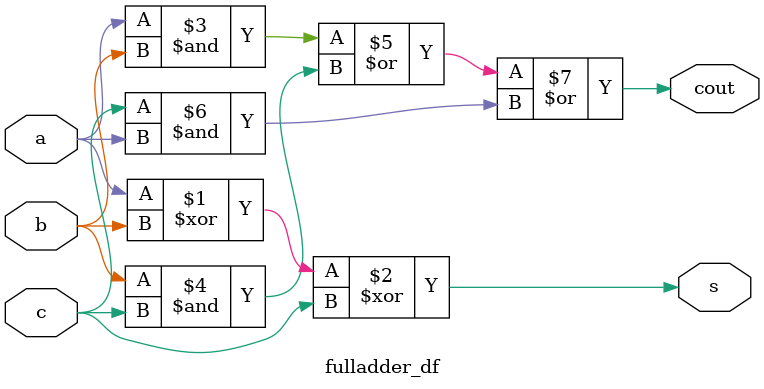
<source format=v>
`timescale 1ns / 1ps
module fulladder_df(
    input a,b,c,
    output s,cout
    );
assign s= a^b^c;
assign cout= (a&b) | (b&c) | (c&a);

endmodule

</source>
